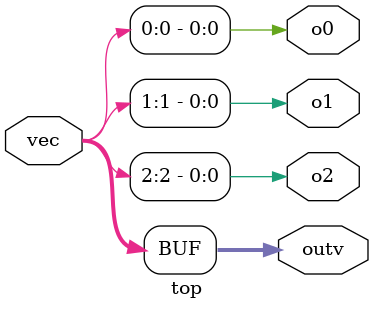
<source format=sv>
module top ( 
  input  wire [2:0] vec,
  output wire [2:0] outv,
  output wire       o2,
  output wire       o1,
  output wire       o0 
);
  assign outv = vec;
  assign {o2,o1,o0} = vec;

endmodule

</source>
